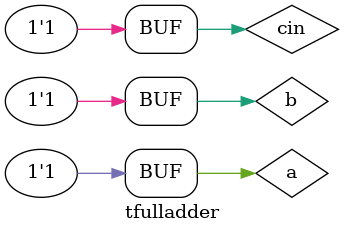
<source format=v>
module tfulladder();
wire sum,cout;
reg a,b,cin;
fulladder dut(a,b,cin,sum,cout);
initial
begin
{a,b,cin}=0;
#10
{a,b,cin}=1;
#10
{a,b,cin}=2;
#10
{a,b,cin}=3;
#10
{a,b,cin}=4;
#10
{a,b,cin}=5;
#10
{a,b,cin}=6;
#10
{a,b,cin}=7;
#10
$monitor ( "a=%b , b=%b ,sum=%b, carry=%b",a,b,cin,sum,cout);

end
endmodule

</source>
